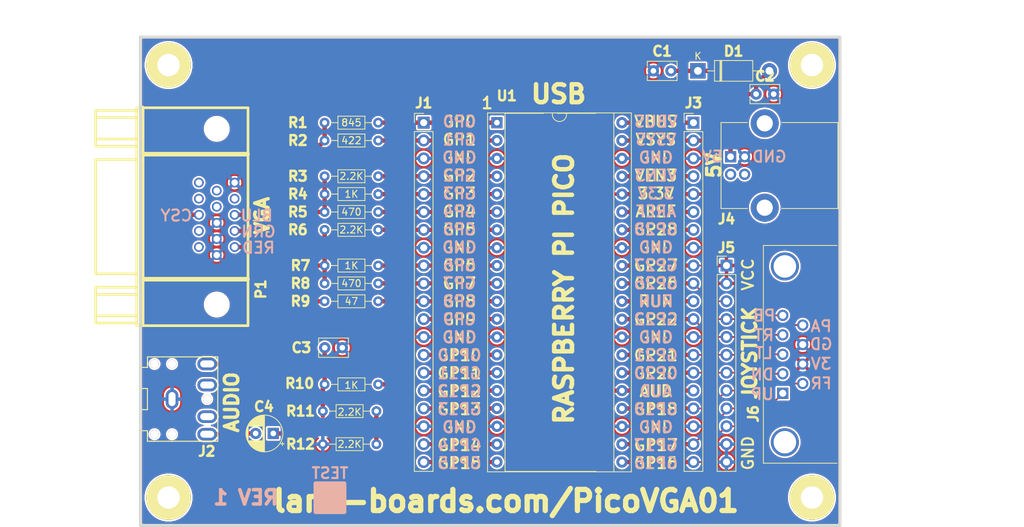
<source format=kicad_pcb>
(kicad_pcb (version 20211014) (generator pcbnew)
  (title_block (title "PicoVGA") (date "2022-07-16") (rev "1") (company "Land Boards, LLC"))
  (layers (0 "F.Cu" signal "Front") (31 "B.Cu" signal "Back") (36 "B.SilkS" user "B.Silkscreen") (37 "F.SilkS" user "F.Silkscreen") (38 "B.Mask" user) (39 "F.Mask" user) (44 "Edge.Cuts" user))
  (net 0 "")
  (net 1 "GND")
  (net 2 "/R4")
  (net 3 "/R3")
  (net 4 "/R2")
  (net 5 "/G5")
  (net 6 "/G4")
  (net 7 "/G3")
  (net 8 "/B4")
  (net 9 "/B3")
  (net 10 "/HS")
  (net 11 "Net-(C3-Pad1)")
  (net 12 "/AUDIO")
  (net 23 "/USB5V")
  (net 24 "/VSYS")
  (net 27 "/VBUS")
  (net 29 "Net-(C4-Pad1)")
  (net 30 "Net-(C4-Pad2)")
  (net 31 "/GP9")
  (net 32 "/GP10")
  (net 33 "/GP11")
  (net 34 "/GP12")
  (net 35 "/GP13")
  (net 36 "/GP14")
  (net 37 "/GP15")
  (net 38 "/VEN3")
  (net 39 "+3V3")
  (net 40 "/ADCREF")
  (net 41 "/GP28")
  (net 42 "/GP27")
  (net 43 "/GP26")
  (net 44 "/RUN")
  (net 45 "/GP22")
  (net 46 "/GP21")
  (net 47 "/GP20")
  (net 48 "/GP18")
  (net 49 "/GP17")
  (net 50 "/GP16")
  (net 51 "/RED")
  (net 52 "/GRN")
  (net 53 "/BLU")
  (net 54 "/CSY")
  (footprint "MTG-4-40" (layer "F.Cu") (at 79.406 154.906)
    (fp_text reference "MTG3" hide)
    (fp_text value "CONN_1" hide)
    (pad "1" thru_hole circle locked (at 0 0) (size 6.35 6.35) (drill 3.175) (layers *.Cu *.Mask "F.SilkS"))
  )
  (footprint "MTG-4-40" (layer "F.Cu") (at 170.906 154.906)
    (fp_text reference "MTG4" hide)
    (fp_text value "CONN_1" hide)
    (pad "1" thru_hole circle locked (at 0 0) (size 6.35 6.35) (drill 3.175) (layers *.Cu *.Mask "F.SilkS"))
  )
  (footprint "MTG-4-40" (layer "F.Cu") (at 170.906 93.406)
    (fp_text reference "MTG2" hide)
    (fp_text value "CONN_1" hide)
    (pad "1" thru_hole circle locked (at 0 0) (size 6.35 6.35) (drill 3.175) (layers *.Cu *.Mask "F.SilkS"))
  )
  (footprint "MTG-4-40" (layer "F.Cu") (at 79.406 93.406)
    (fp_text reference "MTG1" hide)
    (fp_text value "CONN_1" hide)
    (pad "1" thru_hole circle locked (at 0 0) (size 6.35 6.35) (drill 3.175) (layers *.Cu *.Mask "F.SilkS"))
  )
  (footprint "Connector_PinHeader_2.54mm:PinHeader_1x20_P2.54mm_Vertical" (layer "F.Cu") (at 115.692 101.6)
    (fp_text reference "J1" (at 0 -2.794) (layer "F.SilkS") (effects (font (size 1.397 1.397) (thickness 0.381))))
    (fp_text value "Conn_01x20")
    (pad "1" thru_hole rect (at 0 0) (size 1.7 1.7) (drill 1) (layers *.Cu *.Mask) (net 9 "/B3"))
    (pad "2" thru_hole oval (at 0 2.54) (size 1.7 1.7) (drill 1) (layers *.Cu *.Mask) (net 8 "/B4"))
    (pad "3" thru_hole oval (at 0 5.08) (size 1.7 1.7) (drill 1) (layers *.Cu *.Mask) (net 1 "GND"))
    (pad "4" thru_hole oval (at 0 7.62) (size 1.7 1.7) (drill 1) (layers *.Cu *.Mask) (net 7 "/G3"))
    (pad "5" thru_hole oval (at 0 10.16) (size 1.7 1.7) (drill 1) (layers *.Cu *.Mask) (net 6 "/G4"))
    (pad "6" thru_hole oval (at 0 12.7) (size 1.7 1.7) (drill 1) (layers *.Cu *.Mask) (net 5 "/G5"))
    (pad "7" thru_hole oval (at 0 15.24) (size 1.7 1.7) (drill 1) (layers *.Cu *.Mask) (net 4 "/R2"))
    (pad "8" thru_hole oval (at 0 17.78) (size 1.7 1.7) (drill 1) (layers *.Cu *.Mask) (net 1 "GND"))
    (pad "9" thru_hole oval (at 0 20.32) (size 1.7 1.7) (drill 1) (layers *.Cu *.Mask) (net 3 "/R3"))
    (pad "10" thru_hole oval (at 0 22.86) (size 1.7 1.7) (drill 1) (layers *.Cu *.Mask) (net 2 "/R4"))
    (pad "11" thru_hole oval (at 0 25.4) (size 1.7 1.7) (drill 1) (layers *.Cu *.Mask) (net 10 "/HS"))
    (pad "12" thru_hole oval (at 0 27.94) (size 1.7 1.7) (drill 1) (layers *.Cu *.Mask) (net 31 "/GP9"))
    (pad "13" thru_hole oval (at 0 30.48) (size 1.7 1.7) (drill 1) (layers *.Cu *.Mask) (net 1 "GND"))
    (pad "14" thru_hole oval (at 0 33.02) (size 1.7 1.7) (drill 1) (layers *.Cu *.Mask) (net 32 "/GP10"))
    (pad "15" thru_hole oval (at 0 35.56) (size 1.7 1.7) (drill 1) (layers *.Cu *.Mask) (net 33 "/GP11"))
    (pad "16" thru_hole oval (at 0 38.1) (size 1.7 1.7) (drill 1) (layers *.Cu *.Mask) (net 34 "/GP12"))
    (pad "17" thru_hole oval (at 0 40.64) (size 1.7 1.7) (drill 1) (layers *.Cu *.Mask) (net 35 "/GP13"))
    (pad "18" thru_hole oval (at 0 43.18) (size 1.7 1.7) (drill 1) (layers *.Cu *.Mask) (net 1 "GND"))
    (pad "19" thru_hole oval (at 0 45.72) (size 1.7 1.7) (drill 1) (layers *.Cu *.Mask) (net 36 "/GP14"))
    (pad "20" thru_hole oval (at 0 48.26) (size 1.7 1.7) (drill 1) (layers *.Cu *.Mask) (net 37 "/GP15"))
  )
  (footprint "LandBoards_Conns:DB_15F-VGA-fixed" (layer "F.Cu") (at 82.25175 114.97325 -90)
    (fp_text reference "P1" (at 10.3124 -10.287 90) (layer "F.SilkS") (effects (font (size 1.397 1.397) (thickness 0.381))))
    (fp_text value "VGA" hide)
    (fp_text user "RASPBERRY PI PICO" (at 10.24875 -53.38425 90) (layer "F.SilkS") (effects (font (size 2.54 2.54) (thickness 0.635))))
    (fp_text user "5V" (at -7.27725 -74.72025 90) (layer "F.SilkS") (effects (font (size 1.905 1.905) (thickness 0.47625))))
    (fp_text user "USB" (at -17.43725 -52.62225 180) (layer "F.SilkS") (effects (font (size 2.54 2.54) (thickness 0.635))))
    (fp_text user "VGA" (at -0.16525 -10.45825 90) (layer "F.SilkS") (effects (font (size 1.905 1.905) (thickness 0.47625))))
    (fp_text user "AUDIO" (at 26.37775 -6.14025 90) (layer "F.SilkS") (effects (font (size 1.905 1.905) (thickness 0.47625))))
    (fp_text user "JOYSTICK" (at 19.39275 -79.80025 90) (layer "F.SilkS") (effects (font (size 1.905 1.905) (thickness 0.47625))))
    (pad "" np_thru_hole circle locked (at -12.49426 -4.01066 270) (size 3.2 3.2) (drill 3.2) (layers *.Cu *.Mask "F.SilkS"))
    (pad "" np_thru_hole circle locked (at 12.49426 -4.01066 270) (size 3.2 3.2) (drill 3.2) (layers *.Cu *.Mask "F.SilkS"))
    (pad "1" thru_hole circle locked (at 4.31038 -6.55066 270) (size 1.397 1.397) (drill 0.9144) (layers *.Cu *.Mask) (net 51 "/RED"))
    (pad "2" thru_hole circle locked (at 2.0193 -6.55066 270) (size 1.397 1.397) (drill 0.9144) (layers *.Cu *.Mask) (net 52 "/GRN"))
    (pad "3" thru_hole circle locked (at -0.2667 -6.55066 270) (size 1.397 1.397) (drill 0.889) (layers *.Cu *.Mask) (net 53 "/BLU"))
    (pad "4" thru_hole circle locked (at -2.56032 -6.55066 270) (size 1.397 1.397) (drill 0.9144) (layers *.Cu *.Mask))
    (pad "5" thru_hole circle locked (at -4.84886 -6.55066 270) (size 1.397 1.397) (drill 0.9144) (layers *.Cu *.Mask) (net 1 "GND"))
    (pad "6" thru_hole circle locked (at 5.45592 -4.01066 270) (size 1.397 1.397) (drill 0.9144) (layers *.Cu *.Mask) (net 1 "GND"))
    (pad "7" thru_hole circle locked (at 3.16484 -4.01066 270) (size 1.397 1.397) (drill 0.9144) (layers *.Cu *.Mask) (net 1 "GND"))
    (pad "8" thru_hole circle locked (at 0.87376 -4.01066 270) (size 1.397 1.397) (drill 0.9144) (layers *.Cu *.Mask) (net 1 "GND"))
    (pad "9" thru_hole circle locked (at -1.41478 -4.01066 270) (size 1.397 1.397) (drill 0.9144) (layers *.Cu *.Mask))
    (pad "10" thru_hole circle locked (at -3.70586 -4.01066 270) (size 1.397 1.397) (drill 0.9144) (layers *.Cu *.Mask))
    (pad "11" thru_hole circle locked (at 4.31038 -1.47066 270) (size 1.397 1.397) (drill 0.9144) (layers *.Cu *.Mask))
    (pad "12" thru_hole circle locked (at 2.0193 -1.47066 270) (size 1.397 1.397) (drill 0.9144) (layers *.Cu *.Mask))
    (pad "13" thru_hole circle locked (at -0.26924 -1.4732 270) (size 1.397 1.397) (drill 0.9144) (layers *.Cu *.Mask) (net 54 "/CSY"))
    (pad "14" thru_hole circle locked (at -2.56032 -1.47066 270) (size 1.397 1.397) (drill 0.9144) (layers *.Cu *.Mask))
    (pad "15" thru_hole circle locked (at -4.84886 -1.47066 270) (size 1.397 1.397) (drill 0.9144) (layers *.Cu *.Mask))
  )
  (footprint "Resistor_THT:R_Axial_DIN0204_L3.6mm_D1.6mm_P7.62mm_Horizontal" (layer "F.Cu") (at 101.6 124.46)
    (fp_text reference "R8" (at -3.429 0) (layer "F.SilkS") (effects (font (size 1.397 1.397) (thickness 0.34925))))
    (fp_text value "470" (at 3.81 0) (layer "F.SilkS"))
    (pad "1" thru_hole circle (at 0 0) (size 1.4 1.4) (drill 0.7) (layers *.Cu *.Mask) (net 51 "/RED"))
    (pad "2" thru_hole oval (at 7.62 0) (size 1.4 1.4) (drill 0.7) (layers *.Cu *.Mask) (net 2 "/R4"))
  )
  (footprint "Resistor_THT:R_Axial_DIN0204_L3.6mm_D1.6mm_P7.62mm_Horizontal" (layer "F.Cu") (at 101.6 121.92)
    (fp_text reference "R7" (at -3.429 0) (layer "F.SilkS") (effects (font (size 1.397 1.397) (thickness 0.34925))))
    (fp_text value "1K" (at 3.81 0) (layer "F.SilkS"))
    (pad "1" thru_hole circle (at 0 0) (size 1.4 1.4) (drill 0.7) (layers *.Cu *.Mask) (net 51 "/RED"))
    (pad "2" thru_hole oval (at 7.62 0) (size 1.4 1.4) (drill 0.7) (layers *.Cu *.Mask) (net 3 "/R3"))
  )
  (footprint "Resistor_THT:R_Axial_DIN0204_L3.6mm_D1.6mm_P7.62mm_Horizontal" (layer "F.Cu") (at 101.6 116.84)
    (fp_text reference "R6" (at -3.81 0) (layer "F.SilkS") (effects (font (size 1.397 1.397) (thickness 0.34925))))
    (fp_text value "2.2K" (at 3.81 0) (layer "F.SilkS"))
    (pad "1" thru_hole circle (at 0 0) (size 1.4 1.4) (drill 0.7) (layers *.Cu *.Mask) (net 51 "/RED"))
    (pad "2" thru_hole oval (at 7.62 0) (size 1.4 1.4) (drill 0.7) (layers *.Cu *.Mask) (net 4 "/R2"))
  )
  (footprint "Resistor_THT:R_Axial_DIN0204_L3.6mm_D1.6mm_P7.62mm_Horizontal" (layer "F.Cu") (at 101.6 138.811)
    (fp_text reference "R10" (at -3.556 -0.127) (layer "F.SilkS") (effects (font (size 1.397 1.397) (thickness 0.381))))
    (fp_text value "1K" (at 3.81 0.127) (layer "F.SilkS"))
    (pad "1" thru_hole circle (at 0 0) (size 1.4 1.4) (drill 0.7) (layers *.Cu *.Mask) (net 11 "Net-(C3-Pad1)"))
    (pad "2" thru_hole oval (at 7.62 0) (size 1.4 1.4) (drill 0.7) (layers *.Cu *.Mask) (net 12 "/AUDIO"))
  )
  (footprint "Resistor_THT:R_Axial_DIN0204_L3.6mm_D1.6mm_P7.62mm_Horizontal" (layer "F.Cu") (at 101.6 114.3)
    (fp_text reference "R5" (at -3.81 0) (layer "F.SilkS") (effects (font (size 1.397 1.397) (thickness 0.34925))))
    (fp_text value "470" (at 3.81 0) (layer "F.SilkS"))
    (pad "1" thru_hole circle (at 0 0) (size 1.4 1.4) (drill 0.7) (layers *.Cu *.Mask) (net 52 "/GRN"))
    (pad "2" thru_hole oval (at 7.62 0) (size 1.4 1.4) (drill 0.7) (layers *.Cu *.Mask) (net 5 "/G5"))
  )
  (footprint "Resistor_THT:R_Axial_DIN0204_L3.6mm_D1.6mm_P7.62mm_Horizontal" (layer "F.Cu") (at 101.6 111.76)
    (fp_text reference "R4" (at -3.81 0) (layer "F.SilkS") (effects (font (size 1.397 1.397) (thickness 0.34925))))
    (fp_text value "1K" (at 3.81 0) (layer "F.SilkS"))
    (pad "1" thru_hole circle (at 0 0) (size 1.4 1.4) (drill 0.7) (layers *.Cu *.Mask) (net 52 "/GRN"))
    (pad "2" thru_hole oval (at 7.62 0) (size 1.4 1.4) (drill 0.7) (layers *.Cu *.Mask) (net 6 "/G4"))
  )
  (footprint "Resistor_THT:R_Axial_DIN0204_L3.6mm_D1.6mm_P7.62mm_Horizontal" (layer "F.Cu") (at 101.6 109.22)
    (fp_text reference "R3" (at -3.81 0) (layer "F.SilkS") (effects (font (size 1.397 1.397) (thickness 0.34925))))
    (fp_text value "2.2K" (at 3.81 0) (layer "F.SilkS"))
    (pad "1" thru_hole circle (at 0 0) (size 1.4 1.4) (drill 0.7) (layers *.Cu *.Mask) (net 52 "/GRN"))
    (pad "2" thru_hole oval (at 7.62 0) (size 1.4 1.4) (drill 0.7) (layers *.Cu *.Mask) (net 7 "/G3"))
  )
  (footprint "Resistor_THT:R_Axial_DIN0204_L3.6mm_D1.6mm_P7.62mm_Horizontal" (layer "F.Cu") (at 108.966 142.621 180)
    (fp_text reference "R11" (at 10.795 0 180) (layer "F.SilkS") (effects (font (size 1.397 1.397) (thickness 0.381))))
    (fp_text value "2.2K" (at 3.81 -0.127 180) (layer "F.SilkS"))
    (pad "1" thru_hole circle (at 0 0 180) (size 1.4 1.4) (drill 0.7) (layers *.Cu *.Mask) (net 29 "Net-(C4-Pad1)"))
    (pad "2" thru_hole oval (at 7.62 0 180) (size 1.4 1.4) (drill 0.7) (layers *.Cu *.Mask) (net 11 "Net-(C3-Pad1)"))
  )
  (footprint "Resistor_THT:R_Axial_DIN0204_L3.6mm_D1.6mm_P7.62mm_Horizontal" (layer "F.Cu") (at 108.966 147.32 180)
    (fp_text reference "R12" (at 10.795 0 180) (layer "F.SilkS") (effects (font (size 1.397 1.397) (thickness 0.381))))
    (fp_text value "2.2K" (at 3.81 0 180) (layer "F.SilkS"))
    (pad "1" thru_hole circle (at 0 0 180) (size 1.4 1.4) (drill 0.7) (layers *.Cu *.Mask) (net 29 "Net-(C4-Pad1)"))
    (pad "2" thru_hole oval (at 7.62 0 180) (size 1.4 1.4) (drill 0.7) (layers *.Cu *.Mask) (net 1 "GND"))
  )
  (footprint "Resistor_THT:R_Axial_DIN0204_L3.6mm_D1.6mm_P7.62mm_Horizontal" (layer "F.Cu") (at 101.6 104.14)
    (fp_text reference "R2" (at -3.81 0) (layer "F.SilkS") (effects (font (size 1.397 1.397) (thickness 0.34925))))
    (fp_text value "422" (at 3.81 0) (layer "F.SilkS"))
    (pad "1" thru_hole circle (at 0 0) (size 1.4 1.4) (drill 0.7) (layers *.Cu *.Mask) (net 53 "/BLU"))
    (pad "2" thru_hole oval (at 7.62 0) (size 1.4 1.4) (drill 0.7) (layers *.Cu *.Mask) (net 8 "/B4"))
  )
  (footprint "Resistor_THT:R_Axial_DIN0204_L3.6mm_D1.6mm_P7.62mm_Horizontal" (layer "F.Cu") (at 101.6 101.6)
    (fp_text reference "R1" (at -3.81 0) (layer "F.SilkS") (effects (font (size 1.397 1.397) (thickness 0.34925))))
    (fp_text value "845" (at 3.81 0) (layer "F.SilkS"))
    (pad "1" thru_hole circle (at 0 0) (size 1.4 1.4) (drill 0.7) (layers *.Cu *.Mask) (net 53 "/BLU"))
    (pad "2" thru_hole oval (at 7.62 0) (size 1.4 1.4) (drill 0.7) (layers *.Cu *.Mask) (net 9 "/B3"))
  )
  (footprint "LandBoards_Marking:TEST_BLK-REAR" (layer "F.Cu") (at 102.362 154.94)
    (fp_text reference "TEST" (at 0 -3.5) (layer "B.SilkS") (effects (font (size 1.524 1.524) (thickness 0.3048)) (justify mirror)))
    (fp_text value "COUPON" hide)
  )
  (footprint "Diode_THT:D_DO-41_SOD81_P10.16mm_Horizontal" (layer "F.Cu") (at 154.686 94.234)
    (fp_text reference "D1" (at 5.08 -2.794 180) (layer "F.SilkS") (effects (font (size 1.397 1.397) (thickness 0.381))))
    (fp_text value "1N5819")
    (fp_text user "K" (at 0 -2.1) (layer "F.SilkS"))
    (pad "1" thru_hole rect (at 0 0) (size 2.2 2.2) (drill 1.1) (layers *.Cu *.Mask) (net 24 "/VSYS"))
    (pad "2" thru_hole oval (at 10.16 0) (size 2.2 2.2) (drill 1.1) (layers *.Cu *.Mask) (net 23 "/USB5V"))
  )
  (footprint "Capacitor_THT:C_Rect_L4.0mm_W2.5mm_P2.50mm" (layer "F.Cu") (at 162.961 97.536)
    (fp_text reference "C2" (at 1.25 -2.54) (layer "F.SilkS") (effects (font (size 1.397 1.397) (thickness 0.381))))
    (fp_text value "0.1uF")
    (pad "1" thru_hole circle (at 0 0) (size 1.6 1.6) (drill 0.8) (layers *.Cu *.Mask) (net 23 "/USB5V"))
    (pad "2" thru_hole circle (at 2.5 0) (size 1.6 1.6) (drill 0.8) (layers *.Cu *.Mask) (net 1 "GND"))
  )
  (footprint "Connector_PinHeader_2.54mm:PinHeader_1x20_P2.54mm_Vertical" (layer "F.Cu") (at 154.051 101.6)
    (fp_text reference "J3" (at 0 -2.794) (layer "F.SilkS") (effects (font (size 1.397 1.397) (thickness 0.381))))
    (fp_text value "Conn_01x20")
    (pad "1" thru_hole rect (at 0 0) (size 1.7 1.7) (drill 1) (layers *.Cu *.Mask) (net 27 "/VBUS"))
    (pad "2" thru_hole oval (at 0 2.54) (size 1.7 1.7) (drill 1) (layers *.Cu *.Mask) (net 24 "/VSYS"))
    (pad "3" thru_hole oval (at 0 5.08) (size 1.7 1.7) (drill 1) (layers *.Cu *.Mask) (net 1 "GND"))
    (pad "4" thru_hole oval (at 0 7.62) (size 1.7 1.7) (drill 1) (layers *.Cu *.Mask) (net 38 "/VEN3"))
    (pad "5" thru_hole oval (at 0 10.16) (size 1.7 1.7) (drill 1) (layers *.Cu *.Mask) (net 39 "+3V3"))
    (pad "6" thru_hole oval (at 0 12.7) (size 1.7 1.7) (drill 1) (layers *.Cu *.Mask) (net 40 "/ADCREF"))
    (pad "7" thru_hole oval (at 0 15.24) (size 1.7 1.7) (drill 1) (layers *.Cu *.Mask) (net 41 "/GP28"))
    (pad "8" thru_hole oval (at 0 17.78) (size 1.7 1.7) (drill 1) (layers *.Cu *.Mask) (net 1 "GND"))
    (pad "9" thru_hole oval (at 0 20.32) (size 1.7 1.7) (drill 1) (layers *.Cu *.Mask) (net 42 "/GP27"))
    (pad "10" thru_hole oval (at 0 22.86) (size 1.7 1.7) (drill 1) (layers *.Cu *.Mask) (net 43 "/GP26"))
    (pad "11" thru_hole oval (at 0 25.4) (size 1.7 1.7) (drill 1) (layers *.Cu *.Mask) (net 44 "/RUN"))
    (pad "12" thru_hole oval (at 0 27.94) (size 1.7 1.7) (drill 1) (layers *.Cu *.Mask) (net 45 "/GP22"))
    (pad "13" thru_hole oval (at 0 30.48) (size 1.7 1.7) (drill 1) (layers *.Cu *.Mask) (net 1 "GND"))
    (pad "14" thru_hole oval (at 0 33.02) (size 1.7 1.7) (drill 1) (layers *.Cu *.Mask) (net 46 "/GP21"))
    (pad "15" thru_hole oval (at 0 35.56) (size 1.7 1.7) (drill 1) (layers *.Cu *.Mask) (net 47 "/GP20"))
    (pad "16" thru_hole oval (at 0 38.1) (size 1.7 1.7) (drill 1) (layers *.Cu *.Mask) (net 12 "/AUDIO"))
    (pad "17" thru_hole oval (at 0 40.64) (size 1.7 1.7) (drill 1) (layers *.Cu *.Mask) (net 48 "/GP18"))
    (pad "18" thru_hole oval (at 0 43.18) (size 1.7 1.7) (drill 1) (layers *.Cu *.Mask) (net 1 "GND"))
    (pad "19" thru_hole oval (at 0 45.72) (size 1.7 1.7) (drill 1) (layers *.Cu *.Mask) (net 49 "/GP17"))
    (pad "20" thru_hole oval (at 0 48.26) (size 1.7 1.7) (drill 1) (layers *.Cu *.Mask) (net 50 "/GP16"))
  )
  (footprint "Resistor_THT:R_Axial_DIN0204_L3.6mm_D1.6mm_P7.62mm_Horizontal" (layer "F.Cu") (at 101.6 127)
    (fp_text reference "R9" (at -3.429 0) (layer "F.SilkS") (effects (font (size 1.397 1.397) (thickness 0.34925))))
    (fp_text value "47" (at 3.81 0) (layer "F.SilkS"))
    (pad "1" thru_hole circle (at 0 0) (size 1.4 1.4) (drill 0.7) (layers *.Cu *.Mask) (net 54 "/CSY"))
    (pad "2" thru_hole oval (at 7.62 0) (size 1.4 1.4) (drill 0.7) (layers *.Cu *.Mask) (net 10 "/HS"))
  )
  (footprint "LandBoards_BoardOutlines:RasPiPico" (layer "F.Cu") (at 126.106 101.6)
    (fp_text reference "U1" (at 1.402 -3.81 -180) (layer "F.SilkS") (effects (font (size 1.397 1.397) (thickness 0.381))))
    (fp_text value "RPi-PICO" hide)
    (fp_text user "1" (at -1.392 -2.794 unlocked) (layer "F.SilkS") (effects (font (size 1.651 1.651) (thickness 0.3048))))
    (pad "1" thru_hole rect (at 0 0) (size 1.6 1.6) (drill 0.8) (layers *.Cu *.Mask) (net 9 "/B3"))
    (pad "2" thru_hole oval (at 0 2.54) (size 1.6 1.6) (drill 0.8) (layers *.Cu *.Mask) (net 8 "/B4"))
    (pad "3" thru_hole oval (at 0 5.08) (size 1.6 1.6) (drill 0.8) (layers *.Cu *.Mask) (net 1 "GND"))
    (pad "4" thru_hole oval (at 0 7.62) (size 1.6 1.6) (drill 0.8) (layers *.Cu *.Mask) (net 7 "/G3"))
    (pad "5" thru_hole oval (at 0 10.16) (size 1.6 1.6) (drill 0.8) (layers *.Cu *.Mask) (net 6 "/G4"))
    (pad "6" thru_hole oval (at 0 12.7) (size 1.6 1.6) (drill 0.8) (layers *.Cu *.Mask) (net 5 "/G5"))
    (pad "7" thru_hole oval (at 0 15.24) (size 1.6 1.6) (drill 0.8) (layers *.Cu *.Mask) (net 4 "/R2"))
    (pad "8" thru_hole oval (at 0 17.78) (size 1.6 1.6) (drill 0.8) (layers *.Cu *.Mask) (net 1 "GND"))
    (pad "9" thru_hole oval (at 0 20.32) (size 1.6 1.6) (drill 0.8) (layers *.Cu *.Mask) (net 3 "/R3"))
    (pad "10" thru_hole oval (at 0 22.86) (size 1.6 1.6) (drill 0.8) (layers *.Cu *.Mask) (net 2 "/R4"))
    (pad "11" thru_hole oval (at 0 25.4) (size 1.6 1.6) (drill 0.8) (layers *.Cu *.Mask) (net 10 "/HS"))
    (pad "12" thru_hole oval (at 0 27.94) (size 1.6 1.6) (drill 0.8) (layers *.Cu *.Mask) (net 31 "/GP9"))
    (pad "13" thru_hole oval (at 0 30.48) (size 1.6 1.6) (drill 0.8) (layers *.Cu *.Mask) (net 1 "GND"))
    (pad "14" thru_hole oval (at 0 33.02) (size 1.6 1.6) (drill 0.8) (layers *.Cu *.Mask) (net 32 "/GP10"))
    (pad "15" thru_hole oval (at 0 35.56) (size 1.6 1.6) (drill 0.8) (layers *.Cu *.Mask) (net 33 "/GP11"))
    (pad "16" thru_hole oval (at 0 38.1) (size 1.6 1.6) (drill 0.8) (layers *.Cu *.Mask) (net 34 "/GP12"))
    (pad "17" thru_hole oval (at 0 40.64) (size 1.6 1.6) (drill 0.8) (layers *.Cu *.Mask) (net 35 "/GP13"))
    (pad "18" thru_hole oval (at 0 43.18) (size 1.6 1.6) (drill 0.8) (layers *.Cu *.Mask) (net 1 "GND"))
    (pad "19" thru_hole oval (at 0 45.72) (size 1.6 1.6) (drill 0.8) (layers *.Cu *.Mask) (net 36 "/GP14"))
    (pad "20" thru_hole oval (at 0 48.26) (size 1.6 1.6) (drill 0.8) (layers *.Cu *.Mask) (net 37 "/GP15"))
    (pad "21" thru_hole oval (at 17.78 48.26) (size 1.6 1.6) (drill 0.8) (layers *.Cu *.Mask) (net 50 "/GP16"))
    (pad "22" thru_hole oval (at 17.78 45.72) (size 1.6 1.6) (drill 0.8) (layers *.Cu *.Mask) (net 49 "/GP17"))
    (pad "23" thru_hole oval (at 17.78 43.18) (size 1.6 1.6) (drill 0.8) (layers *.Cu *.Mask) (net 1 "GND"))
    (pad "24" thru_hole oval (at 17.78 40.64) (size 1.6 1.6) (drill 0.8) (layers *.Cu *.Mask) (net 48 "/GP18"))
    (pad "25" thru_hole oval (at 17.78 38.1) (size 1.6 1.6) (drill 0.8) (layers *.Cu *.Mask) (net 12 "/AUDIO"))
    (pad "26" thru_hole oval (at 17.78 35.56) (size 1.6 1.6) (drill 0.8) (layers *.Cu *.Mask) (net 47 "/GP20"))
    (pad "27" thru_hole oval (at 17.78 33.02) (size 1.6 1.6) (drill 0.8) (layers *.Cu *.Mask) (net 46 "/GP21"))
    (pad "28" thru_hole oval (at 17.78 30.48) (size 1.6 1.6) (drill 0.8) (layers *.Cu *.Mask) (net 1 "GND"))
    (pad "29" thru_hole oval (at 17.78 27.94) (size 1.6 1.6) (drill 0.8) (layers *.Cu *.Mask) (net 45 "/GP22"))
    (pad "30" thru_hole oval (at 17.78 25.4) (size 1.6 1.6) (drill 0.8) (layers *.Cu *.Mask) (net 44 "/RUN"))
    (pad "31" thru_hole oval (at 17.78 22.86) (size 1.6 1.6) (drill 0.8) (layers *.Cu *.Mask) (net 43 "/GP26"))
    (pad "32" thru_hole oval (at 17.78 20.32) (size 1.6 1.6) (drill 0.8) (layers *.Cu *.Mask) (net 42 "/GP27"))
    (pad "33" thru_hole oval (at 17.78 17.78) (size 1.6 1.6) (drill 0.8) (layers *.Cu *.Mask) (net 1 "GND"))
    (pad "34" thru_hole oval (at 17.78 15.24) (size 1.6 1.6) (drill 0.8) (layers *.Cu *.Mask) (net 41 "/GP28"))
    (pad "35" thru_hole oval (at 17.78 12.7) (size 1.6 1.6) (drill 0.8) (layers *.Cu *.Mask) (net 40 "/ADCREF"))
    (pad "36" thru_hole oval (at 17.78 10.16) (size 1.6 1.6) (drill 0.8) (layers *.Cu *.Mask) (net 39 "+3V3"))
    (pad "37" thru_hole oval (at 17.78 7.62) (size 1.6 1.6) (drill 0.8) (layers *.Cu *.Mask) (net 38 "/VEN3"))
    (pad "38" thru_hole oval (at 17.78 5.08) (size 1.6 1.6) (drill 0.8) (layers *.Cu *.Mask) (net 1 "GND"))
    (pad "39" thru_hole oval (at 17.78 2.54) (size 1.6 1.6) (drill 0.8) (layers *.Cu *.Mask) (net 24 "/VSYS"))
    (pad "40" thru_hole oval (at 17.78 0) (size 1.6 1.6) (drill 0.8) (layers *.Cu *.Mask) (net 27 "/VBUS"))
  )
  (footprint "Connector_PinHeader_2.54mm:PinHeader_1x12_P2.54mm_Vertical" (layer "F.Cu") (at 158.75 121.915)
    (fp_text reference "J5" (at 0 -2.535) (layer "F.SilkS") (effects (font (size 1.397 1.397) (thickness 0.34925))))
    (fp_text value "JoyPad")
    (pad "1" thru_hole rect (at 0 0) (size 1.7 1.7) (drill 1) (layers *.Cu *.Mask) (net 39 "+3V3"))
    (pad "2" thru_hole oval (at 0 2.54) (size 1.7 1.7) (drill 1) (layers *.Cu *.Mask) (net 39 "+3V3"))
    (pad "3" thru_hole oval (at 0 5.08) (size 1.7 1.7) (drill 1) (layers *.Cu *.Mask) (net 42 "/GP27"))
    (pad "4" thru_hole oval (at 0 7.62) (size 1.7 1.7) (drill 1) (layers *.Cu *.Mask) (net 43 "/GP26"))
    (pad "5" thru_hole oval (at 0 10.16) (size 1.7 1.7) (drill 1) (layers *.Cu *.Mask) (net 45 "/GP22"))
    (pad "6" thru_hole oval (at 0 12.7) (size 1.7 1.7) (drill 1) (layers *.Cu *.Mask) (net 46 "/GP21"))
    (pad "7" thru_hole oval (at 0 15.24) (size 1.7 1.7) (drill 1) (layers *.Cu *.Mask) (net 47 "/GP20"))
    (pad "8" thru_hole oval (at 0 17.78) (size 1.7 1.7) (drill 1) (layers *.Cu *.Mask) (net 48 "/GP18"))
    (pad "9" thru_hole oval (at 0 20.32) (size 1.7 1.7) (drill 1) (layers *.Cu *.Mask) (net 49 "/GP17"))
    (pad "10" thru_hole oval (at 0 22.86) (size 1.7 1.7) (drill 1) (layers *.Cu *.Mask) (net 50 "/GP16"))
    (pad "11" thru_hole oval (at 0 25.4) (size 1.7 1.7) (drill 1) (layers *.Cu *.Mask) (net 1 "GND"))
    (pad "12" thru_hole oval (at 0 27.94) (size 1.7 1.7) (drill 1) (layers *.Cu *.Mask) (net 1 "GND"))
  )
  (footprint "Capacitor_THT:C_Rect_L4.0mm_W2.5mm_P2.50mm" (layer "F.Cu") (at 150.856 94.234 180)
    (fp_text reference "C1" (at 1.25 2.794) (layer "F.SilkS") (effects (font (size 1.397 1.397) (thickness 0.381))))
    (fp_text value "0.1uF")
    (pad "1" thru_hole circle (at 0 0 180) (size 1.6 1.6) (drill 0.8) (layers *.Cu *.Mask) (net 24 "/VSYS"))
    (pad "2" thru_hole circle (at 2.5 0 180) (size 1.6 1.6) (drill 0.8) (layers *.Cu *.Mask) (net 1 "GND"))
  )
  (footprint "Capacitor_THT:CP_Radial_D5.0mm_P2.50mm" (layer "F.Cu") (at 94.296113 145.796 180)
    (fp_text reference "C4" (at 1.332113 3.81) (layer "F.SilkS") (effects (font (size 1.397 1.397) (thickness 0.381))))
    (fp_text value "47uF")
    (pad "1" thru_hole rect (at 0 0 180) (size 1.6 1.6) (drill 0.8) (layers *.Cu *.Mask) (net 29 "Net-(C4-Pad1)"))
    (pad "2" thru_hole circle (at 2.5 0 180) (size 1.6 1.6) (drill 0.8) (layers *.Cu *.Mask) (net 30 "Net-(C4-Pad2)"))
  )
  (footprint "Capacitor_THT:C_Rect_L4.0mm_W2.5mm_P2.50mm" (layer "F.Cu") (at 101.62 133.604)
    (fp_text reference "C3" (at -3.322 0 180) (layer "F.SilkS") (effects (font (size 1.397 1.397) (thickness 0.381))))
    (fp_text value "47nF")
    (pad "1" thru_hole circle (at 0 0) (size 1.6 1.6) (drill 0.8) (layers *.Cu *.Mask) (net 11 "Net-(C3-Pad1)"))
    (pad "2" thru_hole circle (at 2.5 0) (size 1.6 1.6) (drill 0.8) (layers *.Cu *.Mask) (net 1 "GND"))
  )
  (footprint "Connector_USB:USB_B_Lumberg_2411_02_Horizontal" (layer "F.Cu") (at 159.3285 106.446)
    (fp_text reference "J4" (at -0.5785 8.87) (layer "F.SilkS") (effects (font (size 1.397 1.397) (thickness 0.381))))
    (fp_text value "USB-B")
    (pad "1" thru_hole rect (at 0 0 90) (size 1.6 1.6) (drill 0.95) (layers *.Cu *.Mask) (net 23 "/USB5V"))
    (pad "2" thru_hole circle (at 0 2.5 90) (size 1.6 1.6) (drill 0.95) (layers *.Cu *.Mask))
    (pad "3" thru_hole circle (at 2 2.5 90) (size 1.6 1.6) (drill 0.95) (layers *.Cu *.Mask))
    (pad "4" thru_hole circle (at 2 0 90) (size 1.6 1.6) (drill 0.95) (layers *.Cu *.Mask) (net 1 "GND"))
    (pad "5" thru_hole circle (at 4.86 -4.75 90) (size 4 4) (drill 2.3) (layers *.Cu *.Mask))
    (pad "5" thru_hole circle (at 4.86 7.25 90) (size 4 4) (drill 2.3) (layers *.Cu *.Mask))
  )
  (footprint "Connector_Dsub:DSUB-9_Male_Horizontal_P2.77x2.84mm_EdgePinOffset4.94mm_Housed_MountingHolesOffset7.48mm" (layer "F.Cu") (at 166.751 140.081 90)
    (fp_text reference "J6" (at -2.921 -4.191 90) (layer "F.SilkS") (effects (font (size 1.397 1.397) (thickness 0.34925))))
    (fp_text value "M09H")
    (pad "0" thru_hole circle (at -6.96 0.3 90) (size 4 4) (drill 3.2) (layers *.Cu *.Mask))
    (pad "0" thru_hole circle (at 18.04 0.3 90) (size 4 4) (drill 3.2) (layers *.Cu *.Mask))
    (pad "1" thru_hole rect (at 0 0 90) (size 1.6 1.6) (drill 1) (layers *.Cu *.Mask) (net 50 "/GP16"))
    (pad "2" thru_hole circle (at 2.77 0 90) (size 1.6 1.6) (drill 1) (layers *.Cu *.Mask) (net 48 "/GP18"))
    (pad "3" thru_hole circle (at 5.54 0 90) (size 1.6 1.6) (drill 1) (layers *.Cu *.Mask) (net 47 "/GP20"))
    (pad "4" thru_hole circle (at 8.31 0 90) (size 1.6 1.6) (drill 1) (layers *.Cu *.Mask) (net 46 "/GP21"))
    (pad "5" thru_hole circle (at 11.08 0 90) (size 1.6 1.6) (drill 1) (layers *.Cu *.Mask) (net 43 "/GP26"))
    (pad "6" thru_hole circle (at 1.385 2.84 90) (size 1.6 1.6) (drill 1) (layers *.Cu *.Mask) (net 49 "/GP17"))
    (pad "7" thru_hole circle (at 4.155 2.84 90) (size 1.6 1.6) (drill 1) (layers *.Cu *.Mask) (net 39 "+3V3"))
    (pad "8" thru_hole circle (at 6.925 2.84 90) (size 1.6 1.6) (drill 1) (layers *.Cu *.Mask) (net 1 "GND"))
    (pad "9" thru_hole circle (at 9.695 2.84 90) (size 1.6 1.6) (drill 1) (layers *.Cu *.Mask) (net 45 "/GP22"))
  )
  (footprint "LandBoards_Conns:Jack_3.5mm_CUI_SJ1-3523N_Horizontal" (layer "F.Cu") (at 79.906 140.906 90)
    (fp_text reference "J2" (at -7.43 4.93 180) (layer "F.SilkS") (effects (font (size 1.397 1.397) (thickness 0.381))))
    (fp_text value "AudioJack3" hide)
    (pad "90" thru_hole circle (at -5 0 90) (size 1.2 1.2) (drill 1.2) (layers *.Cu *.Mask))
    (pad "90" thru_hole circle (at 5 -2.5 90) (size 1.2 1.2) (drill 1.2) (layers *.Cu *.Mask))
    (pad "90" thru_hole circle (at 5 0 90) (size 1.2 1.2) (drill 1.2) (layers *.Cu *.Mask))
    (pad "90" thru_hole circle (at -5 -2.5 90) (size 1.2 1.2) (drill 1.2) (layers *.Cu *.Mask))
    (pad "90" thru_hole circle (at 0 5 90) (size 1.2 1.2) (drill 1.2) (layers *.Cu *.Mask))
    (pad "R" thru_hole oval (at 5 5 180) (size 2.8 1.8) (drill oval 2 1) (layers *.Cu *.Mask) (net 30 "Net-(C4-Pad2)"))
    (pad "RN" thru_hole oval (at 2 5 180) (size 2.8 1.8) (drill oval 2 1) (layers *.Cu *.Mask))
    (pad "S" thru_hole oval (at 0 0 90) (size 2.8 1.8) (drill oval 2 1) (layers *.Cu *.Mask) (net 1 "GND"))
    (pad "T" thru_hole oval (at -5 5 180) (size 2.8 1.8) (drill oval 2 1) (layers *.Cu *.Mask) (net 30 "Net-(C4-Pad2)"))
    (pad "TN" thru_hole oval (at -2.5 5 180) (size 2.8 1.8) (drill oval 2 1) (layers *.Cu *.Mask))
  )
  (gr_rect (start 75.406 89.406) (end 174.906 158.906) (layer "Edge.Cuts") (width 0.381) (fill none))
  (gr_text "LT" (at 164.084 134.366) (layer "B.SilkS") (effects (font (size 1.5875 1.5875) (thickness 0.28575)) (justify mirror)))
  (gr_text "GD" (at 172.212 133.096) (layer "B.SilkS") (effects (font (size 1.5875 1.5875) (thickness 0.28575)) (justify mirror)))
  (gr_text "GP0\nGP1\nGND\nGP2\nGP3\nGP4\nGP5\nGND\nGP6\nGP7\nGP8\nGP9\nGND\nGP10\nGP11\nGP12\nGP13\nGND\nGP14\nGP15" (at 120.772 125.73) (layer "B.SilkS") (effects (font (size 1.5875 1.5875) (thickness 0.28575)) (justify mirror)))
  (gr_text "PB" (at 164.084 129.032) (layer "B.SilkS") (effects (font (size 1.5875 1.5875) (thickness 0.28575)) (justify mirror)))
  (gr_text "REV 1" (at 90.406 154.906) (layer "B.SilkS") (effects (font (size 2.032 2.032) (thickness 0.508)) (justify mirror)))
  (gr_text "VBUS\nVSYS\nGND\nVEN3\n3.3V\nAREF\nGP28\nGND\nGP27\nGP26\nRUN\nGP22\nGND\nGP21\nGP20\nAUD\nGP18\nGND\nGP17\nGP16" (at 148.712 125.73) (layer "B.SilkS") (effects (font (size 1.5875 1.5875) (thickness 0.28575)) (justify mirror)))
  (gr_text "CSY" (at 80.518 114.808) (layer "B.SilkS") (effects (font (size 1.5875 1.5875) (thickness 0.28575)) (justify mirror)))
  (gr_text "RT" (at 164.084 131.826) (layer "B.SilkS") (effects (font (size 1.5875 1.5875) (thickness 0.28575)) (justify mirror)))
  (gr_text "FR" (at 172.212 138.684) (layer "B.SilkS") (effects (font (size 1.5875 1.5875) (thickness 0.28575)) (justify mirror)))
  (gr_text "DN" (at 163.83 137.414) (layer "B.SilkS") (effects (font (size 1.5875 1.5875) (thickness 0.28575)) (justify mirror)))
  (gr_text "GND" (at 164.846 106.426) (layer "B.SilkS") (effects (font (size 1.5875 1.5875) (thickness 0.28575)) (justify mirror)))
  (gr_text "5V" (at 156.718 106.426) (layer "B.SilkS") (effects (font (size 1.5875 1.5875) (thickness 0.28575)) (justify mirror)))
  (gr_text "GRN" (at 92.202 117.094) (layer "B.SilkS") (effects (font (size 1.5875 1.5875) (thickness 0.28575)) (justify mirror)))
  (gr_text "UP" (at 163.83 140.208) (layer "B.SilkS") (effects (font (size 1.5875 1.5875) (thickness 0.28575)) (justify mirror)))
  (gr_text "BLU" (at 91.948 114.808) (layer "B.SilkS") (effects (font (size 1.5875 1.5875) (thickness 0.28575)) (justify mirror)))
  (gr_text "3V" (at 172.212 135.89) (layer "B.SilkS") (effects (font (size 1.5875 1.5875) (thickness 0.28575)) (justify mirror)))
  (gr_text "PA" (at 172.212 130.556) (layer "B.SilkS") (effects (font (size 1.5875 1.5875) (thickness 0.28575)) (justify mirror)))
  (gr_text "RED" (at 92.202 119.38) (layer "B.SilkS") (effects (font (size 1.5875 1.5875) (thickness 0.28575)) (justify mirror)))
  (gr_text "VBUS\nVSYS\nGND\nVEN3\n3.3V\nAREF\nGP28\nGND\nGP27\nGP26\nRUN\nGP22\nGND\nGP21\nGP20\nAUD\nGP18\nGND\nGP17\nGP16" (at 148.712 125.73) (layer "F.SilkS") (effects (font (size 1.5875 1.5875) (thickness 0.28575))))
  (gr_text "VCC" (at 161.798 123.19 90) (layer "F.SilkS") (effects (font (size 1.5875 1.5875) (thickness 0.28575))))
  (gr_text "GND" (at 161.798 148.59 90) (layer "F.SilkS") (effects (font (size 1.5875 1.5875) (thickness 0.28575))))
  (gr_text "GP0\nGP1\nGND\nGP2\nGP3\nGP4\nGP5\nGND\nGP6\nGP7\nGP8\nGP9\nGND\nGP10\nGP11\nGP12\nGP13\nGND\nGP14\nGP15" (at 120.772 125.73) (layer "F.SilkS") (effects (font (size 1.5875 1.5875) (thickness 0.28575))))
  (gr_text "land-boards.com/PicoVGA01" (at 127.406 155.406) (layer "F.SilkS") (effects (font (size 3 3) (thickness 0.75))))
  (segment (start 109.22 124.46) (end 126.106 124.46) (width 0.635) (layer "F.Cu") (net 2))
  (segment (start 109.22 121.92) (end 126.106 121.92) (width 0.635) (layer "F.Cu") (net 3))
  (segment (start 109.22 116.84) (end 126.106 116.84) (width 0.635) (layer "F.Cu") (net 4))
  (segment (start 109.22 114.3) (end 126.106 114.3) (width 0.635) (layer "F.Cu") (net 5))
  (segment (start 109.22 111.76) (end 126.106 111.76) (width 0.635) (layer "F.Cu") (net 6))
  (segment (start 109.22 109.22) (end 126.106 109.22) (width 0.635) (layer "F.Cu") (net 7))
  (segment (start 109.22 104.14) (end 126.106 104.14) (width 0.635) (layer "F.Cu") (net 8))
  (segment (start 109.22 101.6) (end 126.106 101.6) (width 0.635) (layer "F.Cu") (net 9))
  (segment (start 109.22 127) (end 126.106 127) (width 0.635) (layer "F.Cu") (net 10))
  (segment (start 101.6 138.811) (end 101.6 133.624) (width 0.635) (layer "F.Cu") (net 11))
  (segment (start 101.6 133.624) (end 101.62 133.604) (width 0.635) (layer "F.Cu") (net 11))
  (segment (start 101.346 139.065) (end 101.6 138.811) (width 0.635) (layer "F.Cu") (net 11))
  (segment (start 101.346 143.256) (end 101.346 139.065) (width 0.635) (layer "F.Cu") (net 11))
  (segment (start 113.244511 138.469489) (end 130.341489 138.469489) (width 0.254) (layer "F.Cu") (net 12))
  (segment (start 131.572 139.7) (end 130.341489 138.469489) (width 0.635) (layer "F.Cu") (net 12))
  (segment (start 153.157 139.7) (end 143.886 139.7) (width 0.635) (layer "F.Cu") (net 12))
  (segment (start 143.886 139.7) (end 131.572 139.7) (width 0.635) (layer "F.Cu") (net 12))
  (segment (start 109.22 138.811) (end 112.903 138.811) (width 0.635) (layer "F.Cu") (net 12))
  (segment (start 112.903 138.811) (end 113.244511 138.469489) (width 0.254) (layer "F.Cu") (net 12))
  (segment (start 160.161 97.536) (end 159.3285 98.3685) (width 0.635) (layer "F.Cu") (net 23))
  (segment (start 162.961 97.536) (end 162.961 96.119) (width 0.635) (layer "F.Cu") (net 23))
  (segment (start 162.961 96.119) (end 164.846 94.234) (width 0.635) (layer "F.Cu") (net 23))
  (segment (start 159.3285 106.446) (end 159.3285 98.3685) (width 0.635) (layer "F.Cu") (net 23))
  (segment (start 162.961 97.536) (end 160.161 97.536) (width 0.635) (layer "F.Cu") (net 23))
  (segment (start 157.48 103.378) (end 157.48 94.996) (width 0.635) (layer "F.Cu") (net 24))
  (segment (start 154.051 104.14) (end 156.718 104.14) (width 0.635) (layer "F.Cu") (net 24))
  (segment (start 143.886 104.14) (end 153.157 104.14) (width 0.635) (layer "F.Cu") (net 24))
  (segment (start 156.718 104.14) (end 157.48 103.378) (width 0.635) (layer "F.Cu") (net 24))
  (segment (start 157.48 94.996) (end 156.718 94.234) (width 0.635) (layer "F.Cu") (net 24))
  (segment (start 150.856 94.234) (end 154.686 94.234) (width 0.635) (layer "F.Cu") (net 24))
  (segment (start 156.718 94.234) (end 154.686 94.234) (width 0.635) (layer "F.Cu") (net 24))
  (segment (start 143.886 101.6) (end 153.157 101.6) (width 0.635) (layer "F.Cu") (net 27))
  (segment (start 94.296113 145.796) (end 108.966 145.796) (width 0.635) (layer "F.Cu") (net 29))
  (segment (start 108.966 145.796) (end 108.966 143.256) (width 0.635) (layer "F.Cu") (net 29))
  (segment (start 108.966 147.701) (end 108.966 145.796) (width 0.635) (layer "F.Cu") (net 29))
  (segment (start 88.536 145.906) (end 88.646 145.796) (width 0.635) (layer "F.Cu") (net 30))
  (segment (start 88.646 145.796) (end 91.796113 145.796) (width 0.635) (layer "F.Cu") (net 30))
  (segment (start 84.906 145.906) (end 88.536 145.906) (width 0.635) (layer "F.Cu") (net 30))
  (segment (start 84.906 135.906) (end 88.281 135.906) (width 0.635) (layer "F.Cu") (net 30))
  (segment (start 88.646 136.271) (end 88.646 145.796) (width 0.635) (layer "F.Cu") (net 30))
  (segment (start 88.281 135.906) (end 88.646 136.271) (width 0.635) (layer "F.Cu") (net 30))
  (segment (start 115.692 129.54) (end 126.106 129.54) (width 0.635) (layer "F.Cu") (net 31))
  (segment (start 115.692 134.62) (end 126.106 134.62) (width 0.635) (layer "F.Cu") (net 32))
  (segment (start 115.692 137.16) (end 126.106 137.16) (width 0.635) (layer "F.Cu") (net 33))
  (segment (start 115.692 139.7) (end 126.106 139.7) (width 0.635) (layer "F.Cu") (net 34))
  (segment (start 115.692 142.24) (end 126.106 142.24) (width 0.635) (layer "F.Cu") (net 35))
  (segment (start 115.692 147.32) (end 126.106 147.32) (width 0.635) (layer "F.Cu") (net 36))
  (segment (start 115.692 149.86) (end 126.106 149.86) (width 0.635) (layer "F.Cu") (net 37))
  (segment (start 143.886 109.22) (end 153.157 109.22) (width 0.635) (layer "F.Cu") (net 38))
  (segment (start 143.886 111.76) (end 153.157 111.76) (width 0.635) (layer "F.Cu") (net 39))
  (segment (start 143.886 114.3) (end 153.157 114.3) (width 0.635) (layer "F.Cu") (net 40))
  (segment (start 143.886 116.84) (end 153.157 116.84) (width 0.635) (layer "F.Cu") (net 41))
  (segment (start 143.886 121.92) (end 153.157 121.92) (width 0.635) (layer "F.Cu") (net 42))
  (segment (start 156.464 126.238) (end 157.221 126.995) (width 0.254) (layer "F.Cu") (net 42))
  (segment (start 154.051 121.92) (end 155.448 121.92) (width 0.254) (layer "F.Cu") (net 42))
  (segment (start 157.221 126.995) (end 158.75 126.995) (width 0.254) (layer "F.Cu") (net 42))
  (segment (start 155.448 121.92) (end 156.464 122.936) (width 0.254) (layer "F.Cu") (net 42))
  (segment (start 156.464 122.936) (end 156.464 126.238) (width 0.254) (layer "F.Cu") (net 42))
  (segment (start 143.886 124.46) (end 153.157 124.46) (width 0.635) (layer "F.Cu") (net 43))
  (segment (start 158.75 129.535) (end 161.295 129.535) (width 0.254) (layer "F.Cu") (net 43))
  (segment (start 155.702 126.111) (end 155.702 128.016) (width 0.254) (layer "F.Cu") (net 43))
  (segment (start 158.75 129.535) (end 157.221 129.535) (width 0.254) (layer "F.Cu") (net 43))
  (segment (start 161.829 129.001) (end 166.751 129.001) (width 0.254) (layer "F.Cu") (net 43))
  (segment (start 161.295 129.535) (end 161.829 129.001) (width 0.254) (layer "F.Cu") (net 43))
  (segment (start 154.051 124.46) (end 155.702 126.111) (width 0.254) (layer "F.Cu") (net 43))
  (segment (start 157.221 129.535) (end 155.702 128.016) (width 0.254) (layer "F.Cu") (net 43))
  (segment (start 143.886 127) (end 153.157 127) (width 0.635) (layer "F.Cu") (net 44))
  (segment (start 169.591 130.386) (end 163.746 130.386) (width 0.254) (layer "F.Cu") (net 45))
  (segment (start 158.75 132.075) (end 162.057 132.075) (width 0.254) (layer "F.Cu") (net 45))
  (segment (start 156.586 132.075) (end 158.75 132.075) (width 0.254) (layer "F.Cu") (net 45))
  (segment (start 154.051 129.54) (end 156.586 132.075) (width 0.254) (layer "F.Cu") (net 45))
  (segment (start 162.057 132.075) (end 163.746 130.386) (width 0.254) (layer "F.Cu") (net 45))
  (segment (start 143.886 129.54) (end 153.157 129.54) (width 0.635) (layer "F.Cu") (net 45))
  (segment (start 158.745 134.62) (end 158.75 134.615) (width 0.254) (layer "F.Cu") (net 46))
  (segment (start 154.051 134.62) (end 158.745 134.62) (width 0.254) (layer "F.Cu") (net 46))
  (segment (start 143.886 134.62) (end 153.157 134.62) (width 0.635) (layer "F.Cu") (net 46))
  (segment (start 161.185 134.615) (end 164.029 131.771) (width 0.254) (layer "F.Cu") (net 46))
  (segment (start 164.029 131.771) (end 166.751 131.771) (width 0.254) (layer "F.Cu") (net 46))
  (segment (start 158.75 134.615) (end 161.185 134.615) (width 0.254) (layer "F.Cu") (net 46))
  (segment (start 143.886 137.16) (end 153.157 137.16) (width 0.635) (layer "F.Cu") (net 47))
  (segment (start 164.163 134.541) (end 166.751 134.541) (width 0.254) (layer "F.Cu") (net 47))
  (segment (start 158.75 137.155) (end 161.549 137.155) (width 0.254) (layer "F.Cu") (net 47))
  (segment (start 154.051 137.16) (end 158.745 137.16) (width 0.254) (layer "F.Cu") (net 47))
  (segment (start 161.549 137.155) (end 164.163 134.541) (width 0.254) (layer "F.Cu") (net 47))
  (segment (start 158.745 137.16) (end 158.75 137.155) (width 0.254) (layer "F.Cu") (net 47))
  (segment (start 158.75 139.695) (end 162.105 139.695) (width 0.254) (layer "F.Cu") (net 48))
  (segment (start 143.886 142.24) (end 153.157 142.24) (width 0.635) (layer "F.Cu") (net 48))
  (segment (start 166.751 137.311) (end 164.489 137.311) (width 0.254) (layer "F.Cu") (net 48))
  (segment (start 156.205 142.24) (end 158.75 139.695) (width 0.254) (layer "F.Cu") (net 48))
  (segment (start 154.051 142.24) (end 156.205 142.24) (width 0.254) (layer "F.Cu") (net 48))
  (segment (start 162.105 139.695) (end 164.489 137.311) (width 0.254) (layer "F.Cu") (net 48))
  (segment (start 158.75 142.621) (end 158.75 142.235) (width 0.254) (layer "F.Cu") (net 49))
  (segment (start 143.886 147.32) (end 153.157 147.32) (width 0.635) (layer "F.Cu") (net 49))
  (segment (start 161.549 142.235) (end 165.088 138.696) (width 0.254) (layer "F.Cu") (net 49))
  (segment (start 165.088 138.696) (end 169.591 138.696) (width 0.254) (layer "F.Cu") (net 49))
  (segment (start 154.051 147.32) (end 158.75 142.621) (width 0.254) (layer "F.Cu") (net 49))
  (segment (start 158.75 142.235) (end 161.549 142.235) (width 0.254) (layer "F.Cu") (net 49))
  (segment (start 143.886 149.86) (end 153.157 149.86) (width 0.635) (layer "F.Cu") (net 50))
  (segment (start 155.702 149.86) (end 156.972 148.59) (width 0.254) (layer "F.Cu") (net 50))
  (segment (start 156.972 146.553) (end 158.75 144.775) (width 0.254) (layer "F.Cu") (net 50))
  (segment (start 166.751 140.081) (end 162.057 144.775) (width 0.254) (layer "F.Cu") (net 50))
  (segment (start 162.057 144.775) (end 158.75 144.775) (width 0.254) (layer "F.Cu") (net 50))
  (segment (start 154.051 149.86) (end 155.702 149.86) (width 0.254) (layer "F.Cu") (net 50))
  (segment (start 156.972 148.59) (end 156.972 146.553) (width 0.254) (layer "F.Cu") (net 50))
  (segment (start 94.361 121.031) (end 96.10837 119.28363) (width 0.635) (layer "F.Cu") (net 51))
  (segment (start 90.70863 119.28363) (end 92.456 121.031) (width 0.635) (layer "F.Cu") (net 51))
  (segment (start 101.6 124.46) (end 101.6 121.92) (width 0.635) (layer "F.Cu") (net 51))
  (segment (start 99.695 121.92) (end 101.6 121.92) (width 0.635) (layer "F.Cu") (net 51))
  (segment (start 101.6 121.92) (end 101.6 116.84) (width 0.635) (layer "F.Cu") (net 51))
  (segment (start 96.10837 119.28363) (end 97.05863 119.28363) (width 0.635) (layer "F.Cu") (net 51))
  (segment (start 88.80241 119.28363) (end 90.70863 119.28363) (width 0.635) (layer "F.Cu") (net 51))
  (segment (start 92.456 121.031) (end 94.361 121.031) (width 0.635) (layer "F.Cu") (net 51))
  (segment (start 97.05863 119.28363) (end 99.695 121.92) (width 0.635) (layer "F.Cu") (net 51))
  (segment (start 101.6 114.3) (end 100.457 114.3) (width 0.635) (layer "F.Cu") (net 52))
  (segment (start 98.806 115.951) (end 97.536 115.951) (width 0.635) (layer "F.Cu") (net 52))
  (segment (start 101.6 109.22) (end 101.6 111.76) (width 0.635) (layer "F.Cu") (net 52))
  (segment (start 96.266 114.681) (end 94.996 114.681) (width 0.635) (layer "F.Cu") (net 52))
  (segment (start 92.68445 116.99255) (end 88.80241 116.99255) (width 0.635) (layer "F.Cu") (net 52))
  (segment (start 100.457 114.3) (end 98.806 115.951) (width 0.635) (layer "F.Cu") (net 52))
  (segment (start 101.6 114.3) (end 101.6 111.76) (width 0.635) (layer "F.Cu") (net 52))
  (segment (start 97.536 115.951) (end 96.266 114.681) (width 0.635) (layer "F.Cu") (net 52))
  (segment (start 94.996 114.681) (end 92.68445 116.99255) (width 0.635) (layer "F.Cu") (net 52))
  (segment (start 88.80241 114.70655) (end 91.03345 114.70655) (width 0.635) (layer "F.Cu") (net 53))
  (segment (start 101.6 101.6) (end 101.6 104.14) (width 0.635) (layer "F.Cu") (net 53))
  (segment (start 91.03345 114.70655) (end 101.6 104.14) (width 0.635) (layer "F.Cu") (net 53))
  (segment (start 101.6 127) (end 94.488 127) (width 0.635) (layer "F.Cu") (net 54))
  (segment (start 90.424 122.936) (end 82.804 122.936) (width 0.635) (layer "F.Cu") (net 54))
  (segment (start 94.488 127) (end 90.424 122.936) (width 0.635) (layer "F.Cu") (net 54))
  (segment (start 81.026 121.158) (end 81.026 115.316) (width 0.635) (layer "F.Cu") (net 54))
  (segment (start 82.804 122.936) (end 81.026 121.158) (width 0.635) (layer "F.Cu") (net 54))
  (segment (start 81.026 115.316) (end 81.63799 114.70401) (width 0.635) (layer "F.Cu") (net 54))
  (segment (start 81.63799 114.70401) (end 83.72495 114.70401) (width 0.635) (layer "F.Cu") (net 54))
  (zone (net 39) (net_name "+3V3") (layer "F.Cu") (connect_pads (clearance 0.254)) (min_thickness 0.2032) (fill yes (thermal_gap 0.508) (thermal_bridge_width 0.508))
    (polygon (pts (xy 175.006 159.004) (xy 75.438 159.004) (xy 75.438 89.408) (xy 175.006 89.408)))
  )
  (zone (net 1) (net_name "GND") (layer "B.Cu") (connect_pads (clearance 0.254)) (min_thickness 0.2032) (fill yes (thermal_gap 0.508) (thermal_bridge_width 0.508))
    (polygon (pts (xy 175.006 159.131) (xy 75.311 159.131) (xy 75.311 89.281) (xy 175.006 89.281)))
  )
)
</source>
